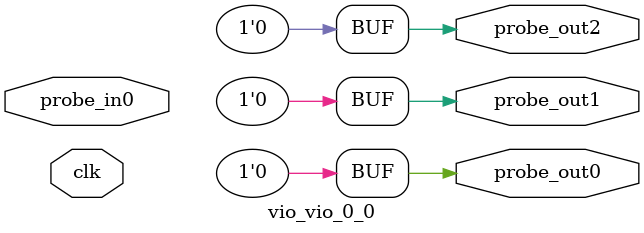
<source format=v>
`timescale 1ns / 1ps
module vio_vio_0_0 (
clk,
probe_in0,
probe_out0,
probe_out1,
probe_out2
);

input clk;
input [3 : 0] probe_in0;

output reg [0 : 0] probe_out0 = 'h0 ;
output reg [0 : 0] probe_out1 = 'h0 ;
output reg [0 : 0] probe_out2 = 'h0 ;


endmodule

</source>
